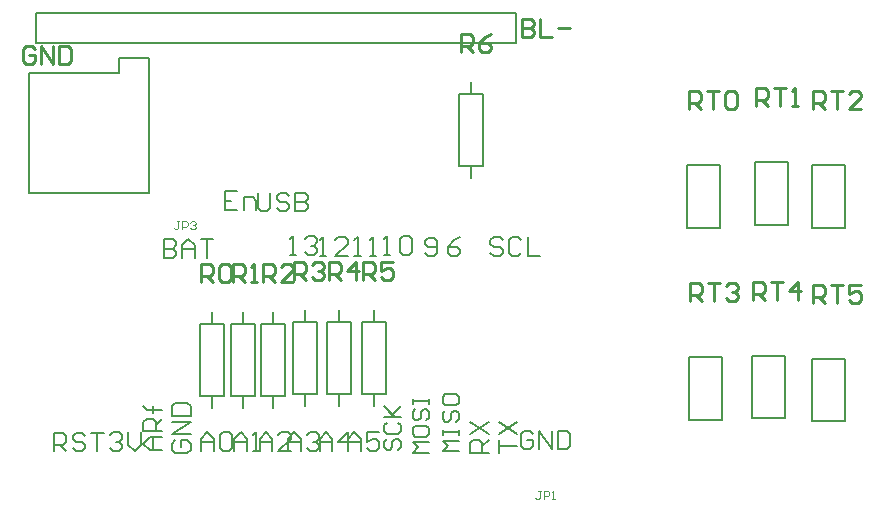
<source format=gto>
G04*
G04 #@! TF.GenerationSoftware,Altium Limited,Altium Designer,19.1.7 (138)*
G04*
G04 Layer_Color=65535*
%FSLAX25Y25*%
%MOIN*%
G70*
G01*
G75*
%ADD10C,0.00787*%
%ADD11C,0.00744*%
%ADD12C,0.00651*%
%ADD13C,0.01000*%
%ADD14C,0.00490*%
D10*
X4000Y96000D02*
Y136000D01*
X34000D01*
Y141000D01*
X44000D01*
Y96000D02*
Y141000D01*
X4000Y96000D02*
X44000D01*
X6500Y146000D02*
X166500D01*
X6500D02*
Y156000D01*
X14000D01*
X166500D01*
Y146000D02*
Y156000D01*
X147500Y105000D02*
X155500D01*
X147500D02*
Y129000D01*
X155500D01*
Y105000D02*
Y129000D01*
X151500Y101000D02*
Y105000D01*
Y129000D02*
Y133000D01*
X235012Y20567D02*
Y41433D01*
X223988Y20567D02*
Y41433D01*
Y20567D02*
X235012D01*
X223988Y41433D02*
X235012D01*
X256012Y21067D02*
Y41933D01*
X244988Y21067D02*
Y41933D01*
Y21067D02*
X256012D01*
X244988Y41933D02*
X256012D01*
X276012Y20067D02*
Y40933D01*
X264988Y20067D02*
Y40933D01*
Y20067D02*
X276012D01*
X264988Y40933D02*
X276012D01*
Y84567D02*
Y105433D01*
X264988Y84567D02*
Y105433D01*
Y84567D02*
X276012D01*
X264988Y105433D02*
X276012D01*
X257012Y85567D02*
Y106433D01*
X245988Y85567D02*
Y106433D01*
Y85567D02*
X257012D01*
X245988Y106433D02*
X257012D01*
X234512Y84567D02*
Y105433D01*
X223488Y84567D02*
Y105433D01*
Y84567D02*
X234512D01*
X223488Y105433D02*
X234512D01*
X115000Y53000D02*
X123000D01*
Y29000D02*
Y53000D01*
X115000Y29000D02*
X123000D01*
X115000D02*
Y53000D01*
X119000D02*
Y57000D01*
Y25000D02*
Y29000D01*
X103500Y53000D02*
X111500D01*
Y29000D02*
Y53000D01*
X103500Y29000D02*
X111500D01*
X103500D02*
Y53000D01*
X107500D02*
Y57000D01*
Y25000D02*
Y29000D01*
X92000Y53000D02*
X100000D01*
Y29000D02*
Y53000D01*
X92000Y29000D02*
X100000D01*
X92000D02*
Y53000D01*
X96000D02*
Y57000D01*
Y25000D02*
Y29000D01*
X81500Y52500D02*
X89500D01*
Y28500D02*
Y52500D01*
X81500Y28500D02*
X89500D01*
X81500D02*
Y52500D01*
X85500D02*
Y56500D01*
Y24500D02*
Y28500D01*
X71500Y52500D02*
X79500D01*
Y28500D02*
Y52500D01*
X71500Y28500D02*
X79500D01*
X71500D02*
Y52500D01*
X75500D02*
Y56500D01*
Y24500D02*
Y28500D01*
X61000Y52500D02*
X69000D01*
Y28500D02*
Y52500D01*
X61000Y28500D02*
X69000D01*
X61000D02*
Y52500D01*
X65000D02*
Y56500D01*
Y24500D02*
Y28500D01*
D11*
X72612Y10145D02*
Y14277D01*
X74678Y16343D01*
X76744Y14277D01*
Y10145D01*
Y13244D01*
X72612D01*
X78810Y10145D02*
X80876D01*
X79843D01*
Y16343D01*
X78810Y15310D01*
X172124Y15822D02*
X171091Y16855D01*
X169025D01*
X167992Y15822D01*
Y11690D01*
X169025Y10657D01*
X171091D01*
X172124Y11690D01*
Y13756D01*
X170058D01*
X174190Y10657D02*
Y16855D01*
X178322Y10657D01*
Y16855D01*
X180388D02*
Y10657D01*
X183487D01*
X184520Y11690D01*
Y15822D01*
X183487Y16855D01*
X180388D01*
X160657Y9579D02*
Y13711D01*
Y11645D01*
X166855D01*
X160657Y15777D02*
X166855Y19909D01*
X160657D02*
X166855Y15777D01*
X157355Y9579D02*
X151157D01*
Y12678D01*
X152190Y13711D01*
X154256D01*
X155289Y12678D01*
Y9579D01*
Y11645D02*
X157355Y13711D01*
X151157Y15777D02*
X157355Y19909D01*
X151157D02*
X157355Y15777D01*
X110579Y10145D02*
Y14277D01*
X112645Y16343D01*
X114711Y14277D01*
Y10145D01*
Y13244D01*
X110579D01*
X120909Y16343D02*
X116777D01*
Y13244D01*
X118843Y14277D01*
X119876D01*
X120909Y13244D01*
Y11178D01*
X119876Y10145D01*
X117810D01*
X116777Y11178D01*
X101079Y10145D02*
Y14277D01*
X103145Y16343D01*
X105211Y14277D01*
Y10145D01*
Y13244D01*
X101079D01*
X110376Y10145D02*
Y16343D01*
X107277Y13244D01*
X111409D01*
X90579Y10145D02*
Y14277D01*
X92645Y16343D01*
X94711Y14277D01*
Y10145D01*
Y13244D01*
X90579D01*
X96777Y15310D02*
X97810Y16343D01*
X99876D01*
X100909Y15310D01*
Y14277D01*
X99876Y13244D01*
X98843D01*
X99876D01*
X100909Y12211D01*
Y11178D01*
X99876Y10145D01*
X97810D01*
X96777Y11178D01*
X81079Y10145D02*
Y14277D01*
X83145Y16343D01*
X85211Y14277D01*
Y10145D01*
Y13244D01*
X81079D01*
X91409Y10145D02*
X87277D01*
X91409Y14277D01*
Y15310D01*
X90376Y16343D01*
X88310D01*
X87277Y15310D01*
X61579Y10145D02*
Y14277D01*
X63645Y16343D01*
X65711Y14277D01*
Y10145D01*
Y13244D01*
X61579D01*
X67777Y15310D02*
X68810Y16343D01*
X70876D01*
X71909Y15310D01*
Y11178D01*
X70876Y10145D01*
X68810D01*
X67777Y11178D01*
Y15310D01*
X52835Y13632D02*
X51802Y12599D01*
Y10533D01*
X52835Y9500D01*
X56967D01*
X58000Y10533D01*
Y12599D01*
X56967Y13632D01*
X54901D01*
Y11566D01*
X58000Y15698D02*
X51802D01*
X58000Y19830D01*
X51802D01*
Y21896D02*
X58000D01*
Y24995D01*
X56967Y26028D01*
X52835D01*
X51802Y24995D01*
Y21896D01*
X31079Y15310D02*
X32112Y16343D01*
X34178D01*
X35211Y15310D01*
Y14277D01*
X34178Y13244D01*
X33145D01*
X34178D01*
X35211Y12211D01*
Y11178D01*
X34178Y10145D01*
X32112D01*
X31079Y11178D01*
X37277Y16343D02*
Y12211D01*
X39343Y10145D01*
X41409Y12211D01*
Y16343D01*
X48500Y10500D02*
X44368D01*
X42302Y12566D01*
X44368Y14632D01*
X48500D01*
X45401D01*
Y10500D01*
X48500Y16698D02*
X42302D01*
Y19797D01*
X43335Y20830D01*
X45401D01*
X46434Y19797D01*
Y16698D01*
Y18764D02*
X48500Y20830D01*
Y23929D02*
X43335D01*
X45401D01*
Y22896D01*
Y24962D01*
Y23929D01*
X43335D01*
X42302Y24962D01*
X12500Y10000D02*
Y16198D01*
X15599D01*
X16632Y15165D01*
Y13099D01*
X15599Y12066D01*
X12500D01*
X14566D02*
X16632Y10000D01*
X22830Y15165D02*
X21797Y16198D01*
X19731D01*
X18698Y15165D01*
Y14132D01*
X19731Y13099D01*
X21797D01*
X22830Y12066D01*
Y11033D01*
X21797Y10000D01*
X19731D01*
X18698Y11033D01*
X24896Y16198D02*
X29028D01*
X26962D01*
Y10000D01*
X49000Y80698D02*
Y74500D01*
X52099D01*
X53132Y75533D01*
Y76566D01*
X52099Y77599D01*
X49000D01*
X52099D01*
X53132Y78632D01*
Y79665D01*
X52099Y80698D01*
X49000D01*
X55198Y74500D02*
Y78632D01*
X57264Y80698D01*
X59330Y78632D01*
Y74500D01*
Y77599D01*
X55198D01*
X61396Y80698D02*
X65528D01*
X63462D01*
Y74500D01*
X73632Y96698D02*
X69500D01*
Y90500D01*
X73632D01*
X69500Y93599D02*
X71566D01*
X75698Y90500D02*
Y94632D01*
X78797D01*
X79830Y93599D01*
Y90500D01*
X80500Y96198D02*
Y91033D01*
X81533Y90000D01*
X83599D01*
X84632Y91033D01*
Y96198D01*
X90830Y95165D02*
X89797Y96198D01*
X87731D01*
X86698Y95165D01*
Y94132D01*
X87731Y93099D01*
X89797D01*
X90830Y92066D01*
Y91033D01*
X89797Y90000D01*
X87731D01*
X86698Y91033D01*
X92896Y96198D02*
Y90000D01*
X95995D01*
X97028Y91033D01*
Y92066D01*
X95995Y93099D01*
X92896D01*
X95995D01*
X97028Y94132D01*
Y95165D01*
X95995Y96198D01*
X92896D01*
X91000Y75500D02*
X93066D01*
X92033D01*
Y81698D01*
X91000Y80665D01*
X96165D02*
X97198Y81698D01*
X99264D01*
X100297Y80665D01*
Y79632D01*
X99264Y78599D01*
X98231D01*
X99264D01*
X100297Y77566D01*
Y76533D01*
X99264Y75500D01*
X97198D01*
X96165Y76533D01*
X101095Y75145D02*
X103162D01*
X102129D01*
Y81343D01*
X101095Y80310D01*
X110392Y75145D02*
X106261D01*
X110392Y79277D01*
Y80310D01*
X109360Y81343D01*
X107293D01*
X106261Y80310D01*
X112628Y75145D02*
X114694D01*
X113662D01*
Y81343D01*
X112628Y80310D01*
X117794Y75145D02*
X119860D01*
X118826D01*
Y81343D01*
X117794Y80310D01*
X122500Y75500D02*
X124566D01*
X123533D01*
Y81698D01*
X122500Y80665D01*
X127665D02*
X128698Y81698D01*
X130764D01*
X131797Y80665D01*
Y76533D01*
X130764Y75500D01*
X128698D01*
X127665Y76533D01*
Y80665D01*
X136000Y76033D02*
X137033Y75000D01*
X139099D01*
X140132Y76033D01*
Y80165D01*
X139099Y81198D01*
X137033D01*
X136000Y80165D01*
Y79132D01*
X137033Y78099D01*
X140132D01*
X147810Y81343D02*
X145744Y80310D01*
X143678Y78244D01*
Y76178D01*
X144711Y75145D01*
X146777D01*
X147810Y76178D01*
Y77211D01*
X146777Y78244D01*
X143678D01*
X162112Y80310D02*
X161079Y81343D01*
X159013D01*
X157980Y80310D01*
Y79277D01*
X159013Y78244D01*
X161079D01*
X162112Y77211D01*
Y76178D01*
X161079Y75145D01*
X159013D01*
X157980Y76178D01*
X168310Y80310D02*
X167277Y81343D01*
X165211D01*
X164178Y80310D01*
Y76178D01*
X165211Y75145D01*
X167277D01*
X168310Y76178D01*
X170376Y81343D02*
Y75145D01*
X174508D01*
D12*
X147500Y10000D02*
X142077D01*
X143885Y11808D01*
X142077Y13615D01*
X147500D01*
X142077Y15423D02*
Y17231D01*
Y16327D01*
X147500D01*
Y15423D01*
Y17231D01*
X142981Y23558D02*
X142077Y22654D01*
Y20846D01*
X142981Y19943D01*
X143885D01*
X144788Y20846D01*
Y22654D01*
X145692Y23558D01*
X146596D01*
X147500Y22654D01*
Y20846D01*
X146596Y19943D01*
X142077Y28078D02*
Y26270D01*
X142981Y25366D01*
X146596D01*
X147500Y26270D01*
Y28078D01*
X146596Y28981D01*
X142981D01*
X142077Y28078D01*
X137500Y9500D02*
X132077D01*
X133885Y11308D01*
X132077Y13115D01*
X137500D01*
X132077Y17635D02*
Y15827D01*
X132981Y14923D01*
X136596D01*
X137500Y15827D01*
Y17635D01*
X136596Y18539D01*
X132981D01*
X132077Y17635D01*
X132981Y23962D02*
X132077Y23058D01*
Y21250D01*
X132981Y20346D01*
X133885D01*
X134788Y21250D01*
Y23058D01*
X135692Y23962D01*
X136596D01*
X137500Y23058D01*
Y21250D01*
X136596Y20346D01*
X132077Y25770D02*
Y27577D01*
Y26674D01*
X137500D01*
Y25770D01*
Y27577D01*
X123481Y14116D02*
X122577Y13212D01*
Y11404D01*
X123481Y10500D01*
X124384D01*
X125288Y11404D01*
Y13212D01*
X126192Y14116D01*
X127096D01*
X128000Y13212D01*
Y11404D01*
X127096Y10500D01*
X123481Y19539D02*
X122577Y18635D01*
Y16827D01*
X123481Y15923D01*
X127096D01*
X128000Y16827D01*
Y18635D01*
X127096Y19539D01*
X122577Y21347D02*
X128000D01*
X126192D01*
X122577Y24962D01*
X125288Y22250D01*
X128000Y24962D01*
D13*
X168500Y153998D02*
Y148000D01*
X171499D01*
X172499Y149000D01*
Y149999D01*
X171499Y150999D01*
X168500D01*
X171499D01*
X172499Y151999D01*
Y152998D01*
X171499Y153998D01*
X168500D01*
X174498D02*
Y148000D01*
X178497D01*
X180496Y150999D02*
X184495D01*
X265600Y59600D02*
Y65598D01*
X268599D01*
X269599Y64598D01*
Y62599D01*
X268599Y61599D01*
X265600D01*
X267599D02*
X269599Y59600D01*
X271598Y65598D02*
X275597D01*
X273597D01*
Y59600D01*
X281595Y65598D02*
X277596D01*
Y62599D01*
X279595Y63599D01*
X280595D01*
X281595Y62599D01*
Y60600D01*
X280595Y59600D01*
X278596D01*
X277596Y60600D01*
X245600Y60600D02*
Y66598D01*
X248599D01*
X249599Y65598D01*
Y63599D01*
X248599Y62599D01*
X245600D01*
X247599D02*
X249599Y60600D01*
X251598Y66598D02*
X255597D01*
X253597D01*
Y60600D01*
X260595D02*
Y66598D01*
X257596Y63599D01*
X261595D01*
X224600Y60100D02*
Y66098D01*
X227599D01*
X228599Y65098D01*
Y63099D01*
X227599Y62099D01*
X224600D01*
X226599D02*
X228599Y60100D01*
X230598Y66098D02*
X234597D01*
X232597D01*
Y60100D01*
X236596Y65098D02*
X237596Y66098D01*
X239595D01*
X240595Y65098D01*
Y64099D01*
X239595Y63099D01*
X238596D01*
X239595D01*
X240595Y62099D01*
Y61100D01*
X239595Y60100D01*
X237596D01*
X236596Y61100D01*
X265600Y124100D02*
Y130098D01*
X268599D01*
X269599Y129098D01*
Y127099D01*
X268599Y126099D01*
X265600D01*
X267599D02*
X269599Y124100D01*
X271598Y130098D02*
X275597D01*
X273597D01*
Y124100D01*
X281595D02*
X277596D01*
X281595Y128099D01*
Y129098D01*
X280595Y130098D01*
X278596D01*
X277596Y129098D01*
X246600Y125100D02*
Y131098D01*
X249599D01*
X250599Y130098D01*
Y128099D01*
X249599Y127099D01*
X246600D01*
X248599D02*
X250599Y125100D01*
X252598Y131098D02*
X256597D01*
X254597D01*
Y125100D01*
X258596D02*
X260595D01*
X259596D01*
Y131098D01*
X258596Y130098D01*
X224100Y124100D02*
Y130098D01*
X227099D01*
X228099Y129098D01*
Y127099D01*
X227099Y126099D01*
X224100D01*
X226099D02*
X228099Y124100D01*
X230098Y130098D02*
X234097D01*
X232097D01*
Y124100D01*
X236096Y129098D02*
X237096Y130098D01*
X239095D01*
X240095Y129098D01*
Y125100D01*
X239095Y124100D01*
X237096D01*
X236096Y125100D01*
Y129098D01*
X5999Y143998D02*
X4999Y144998D01*
X3000D01*
X2000Y143998D01*
Y140000D01*
X3000Y139000D01*
X4999D01*
X5999Y140000D01*
Y141999D01*
X3999D01*
X7998Y139000D02*
Y144998D01*
X11997Y139000D01*
Y144998D01*
X13996D02*
Y139000D01*
X16995D01*
X17995Y140000D01*
Y143998D01*
X16995Y144998D01*
X13996D01*
X148100Y143000D02*
Y148998D01*
X151099D01*
X152099Y147998D01*
Y145999D01*
X151099Y144999D01*
X148100D01*
X150099D02*
X152099Y143000D01*
X158097Y148998D02*
X156097Y147998D01*
X154098Y145999D01*
Y144000D01*
X155098Y143000D01*
X157097D01*
X158097Y144000D01*
Y144999D01*
X157097Y145999D01*
X154098D01*
X115600Y67000D02*
Y72998D01*
X118599D01*
X119599Y71998D01*
Y69999D01*
X118599Y68999D01*
X115600D01*
X117599D02*
X119599Y67000D01*
X125597Y72998D02*
X121598D01*
Y69999D01*
X123597Y70999D01*
X124597D01*
X125597Y69999D01*
Y68000D01*
X124597Y67000D01*
X122598D01*
X121598Y68000D01*
X104100Y67000D02*
Y72998D01*
X107099D01*
X108099Y71998D01*
Y69999D01*
X107099Y68999D01*
X104100D01*
X106099D02*
X108099Y67000D01*
X113097D02*
Y72998D01*
X110098Y69999D01*
X114097D01*
X92600Y67000D02*
Y72998D01*
X95599D01*
X96599Y71998D01*
Y69999D01*
X95599Y68999D01*
X92600D01*
X94599D02*
X96599Y67000D01*
X98598Y71998D02*
X99598Y72998D01*
X101597D01*
X102597Y71998D01*
Y70999D01*
X101597Y69999D01*
X100597D01*
X101597D01*
X102597Y68999D01*
Y68000D01*
X101597Y67000D01*
X99598D01*
X98598Y68000D01*
X82100Y66500D02*
Y72498D01*
X85099D01*
X86099Y71498D01*
Y69499D01*
X85099Y68499D01*
X82100D01*
X84099D02*
X86099Y66500D01*
X92097D02*
X88098D01*
X92097Y70499D01*
Y71498D01*
X91097Y72498D01*
X89098D01*
X88098Y71498D01*
X72100Y66500D02*
Y72498D01*
X75099D01*
X76099Y71498D01*
Y69499D01*
X75099Y68499D01*
X72100D01*
X74099D02*
X76099Y66500D01*
X78098D02*
X80097D01*
X79098D01*
Y72498D01*
X78098Y71498D01*
X61600Y66500D02*
Y72498D01*
X64599D01*
X65599Y71498D01*
Y69499D01*
X64599Y68499D01*
X61600D01*
X63599D02*
X65599Y66500D01*
X67598Y71498D02*
X68598Y72498D01*
X70597D01*
X71597Y71498D01*
Y67500D01*
X70597Y66500D01*
X68598D01*
X67598Y67500D01*
Y71498D01*
D14*
X54313Y86719D02*
X53406D01*
X53860D01*
Y84453D01*
X53406Y84000D01*
X52953D01*
X52500Y84453D01*
X55219Y84000D02*
Y86719D01*
X56579D01*
X57032Y86266D01*
Y85360D01*
X56579Y84906D01*
X55219D01*
X57938Y86266D02*
X58391Y86719D01*
X59298D01*
X59751Y86266D01*
Y85813D01*
X59298Y85360D01*
X58845D01*
X59298D01*
X59751Y84906D01*
Y84453D01*
X59298Y84000D01*
X58391D01*
X57938Y84453D01*
X174789Y-3179D02*
X173883D01*
X174336D01*
Y-5445D01*
X173883Y-5898D01*
X173429D01*
X172976Y-5445D01*
X175695Y-5898D02*
Y-3179D01*
X177055D01*
X177508Y-3632D01*
Y-4539D01*
X177055Y-4992D01*
X175695D01*
X178414Y-5898D02*
X179321D01*
X178868D01*
Y-3179D01*
X178414Y-3632D01*
M02*

</source>
